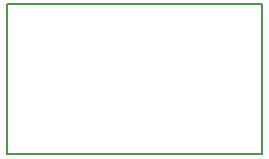
<source format=gbr>
G04 #@! TF.FileFunction,Profile,NP*
%FSLAX46Y46*%
G04 Gerber Fmt 4.6, Leading zero omitted, Abs format (unit mm)*
G04 Created by KiCad (PCBNEW 4.0.6) date 04/23/17 22:35:11*
%MOMM*%
%LPD*%
G01*
G04 APERTURE LIST*
%ADD10C,0.100000*%
%ADD11C,0.150000*%
G04 APERTURE END LIST*
D10*
D11*
X147320000Y-99060000D02*
X168910000Y-99060000D01*
X168910000Y-111760000D02*
X147320000Y-111760000D01*
X168910000Y-99060000D02*
X168910000Y-111760000D01*
X147320000Y-111760000D02*
X147320000Y-99060000D01*
M02*

</source>
